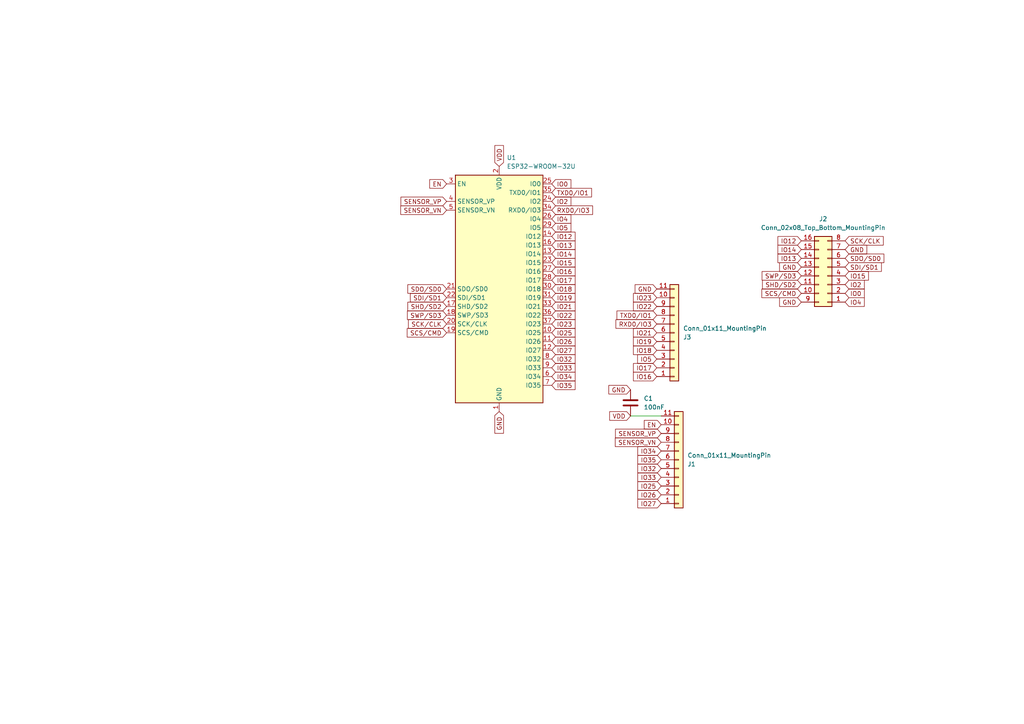
<source format=kicad_sch>
(kicad_sch (version 20230121) (generator eeschema)

  (uuid 99c9dcd3-7053-4a0c-964f-27d9f44537b0)

  (paper "A4")

  (lib_symbols
    (symbol "Connector_Generic_MountingPin:Conn_01x11_MountingPin" (pin_names (offset 1.016) hide) (in_bom yes) (on_board yes)
      (property "Reference" "J4" (at 2.54 -1.6256 0)
        (effects (font (size 1.27 1.27)) (justify left))
      )
      (property "Value" "Conn_01x11_MountingPin" (at 2.54 0.9144 0)
        (effects (font (size 1.27 1.27)) (justify left))
      )
      (property "Footprint" "" (at 0 0 0)
        (effects (font (size 1.27 1.27)) hide)
      )
      (property "Datasheet" "~" (at 0 0 0)
        (effects (font (size 1.27 1.27)) hide)
      )
      (property "ki_keywords" "connector" (at 0 0 0)
        (effects (font (size 1.27 1.27)) hide)
      )
      (property "ki_description" "Generic connectable mounting pin connector, single row, 01x11, script generated (kicad-library-utils/schlib/autogen/connector/)" (at 0 0 0)
        (effects (font (size 1.27 1.27)) hide)
      )
      (property "ki_fp_filters" "Connector*:*_1x??-1MP*" (at 0 0 0)
        (effects (font (size 1.27 1.27)) hide)
      )
      (symbol "Conn_01x11_MountingPin_1_1"
        (rectangle (start -1.27 -12.573) (end 0 -12.827)
          (stroke (width 0.1524) (type default))
          (fill (type none))
        )
        (rectangle (start -1.27 -10.033) (end 0 -10.287)
          (stroke (width 0.1524) (type default))
          (fill (type none))
        )
        (rectangle (start -1.27 -7.493) (end 0 -7.747)
          (stroke (width 0.1524) (type default))
          (fill (type none))
        )
        (rectangle (start -1.27 -4.953) (end 0 -5.207)
          (stroke (width 0.1524) (type default))
          (fill (type none))
        )
        (rectangle (start -1.27 -2.413) (end 0 -2.667)
          (stroke (width 0.1524) (type default))
          (fill (type none))
        )
        (rectangle (start -1.27 0.127) (end 0 -0.127)
          (stroke (width 0.1524) (type default))
          (fill (type none))
        )
        (rectangle (start -1.27 2.667) (end 0 2.413)
          (stroke (width 0.1524) (type default))
          (fill (type none))
        )
        (rectangle (start -1.27 5.207) (end 0 4.953)
          (stroke (width 0.1524) (type default))
          (fill (type none))
        )
        (rectangle (start -1.27 7.747) (end 0 7.493)
          (stroke (width 0.1524) (type default))
          (fill (type none))
        )
        (rectangle (start -1.27 10.287) (end 0 10.033)
          (stroke (width 0.1524) (type default))
          (fill (type none))
        )
        (rectangle (start -1.27 12.827) (end 0 12.573)
          (stroke (width 0.1524) (type default))
          (fill (type none))
        )
        (rectangle (start -1.27 13.97) (end 1.27 -13.97)
          (stroke (width 0.254) (type default))
          (fill (type background))
        )
        (pin passive line (at -5.08 12.7 0) (length 3.81)
          (name "Pin_1" (effects (font (size 1.27 1.27))))
          (number "1" (effects (font (size 1.27 1.27))))
        )
        (pin passive line (at -5.08 -10.16 0) (length 3.81)
          (name "Pin_10" (effects (font (size 1.27 1.27))))
          (number "10" (effects (font (size 1.27 1.27))))
        )
        (pin passive line (at -5.08 -12.7 0) (length 3.81)
          (name "Pin_11" (effects (font (size 1.27 1.27))))
          (number "11" (effects (font (size 1.27 1.27))))
        )
        (pin passive line (at -5.08 10.16 0) (length 3.81)
          (name "Pin_2" (effects (font (size 1.27 1.27))))
          (number "2" (effects (font (size 1.27 1.27))))
        )
        (pin passive line (at -5.08 7.62 0) (length 3.81)
          (name "Pin_3" (effects (font (size 1.27 1.27))))
          (number "3" (effects (font (size 1.27 1.27))))
        )
        (pin passive line (at -5.08 5.08 0) (length 3.81)
          (name "Pin_4" (effects (font (size 1.27 1.27))))
          (number "4" (effects (font (size 1.27 1.27))))
        )
        (pin passive line (at -5.08 2.54 0) (length 3.81)
          (name "Pin_5" (effects (font (size 1.27 1.27))))
          (number "5" (effects (font (size 1.27 1.27))))
        )
        (pin passive line (at -5.08 0 0) (length 3.81)
          (name "Pin_6" (effects (font (size 1.27 1.27))))
          (number "6" (effects (font (size 1.27 1.27))))
        )
        (pin passive line (at -5.08 -2.54 0) (length 3.81)
          (name "Pin_7" (effects (font (size 1.27 1.27))))
          (number "7" (effects (font (size 1.27 1.27))))
        )
        (pin passive line (at -5.08 -5.08 0) (length 3.81)
          (name "Pin_8" (effects (font (size 1.27 1.27))))
          (number "8" (effects (font (size 1.27 1.27))))
        )
        (pin passive line (at -5.08 -7.62 0) (length 3.81)
          (name "Pin_9" (effects (font (size 1.27 1.27))))
          (number "9" (effects (font (size 1.27 1.27))))
        )
      )
    )
    (symbol "Connector_Generic_MountingPin:Conn_02x08_Top_Bottom_MountingPin" (pin_names (offset 1.016) hide) (in_bom yes) (on_board yes)
      (property "Reference" "J5" (at 1.27 13.97 0)
        (effects (font (size 1.27 1.27)))
      )
      (property "Value" "Conn_02x08_Top_Bottom_MountingPin" (at 1.27 11.43 0)
        (effects (font (size 1.27 1.27)))
      )
      (property "Footprint" "" (at 0 0 0)
        (effects (font (size 1.27 1.27)) hide)
      )
      (property "Datasheet" "~" (at 0 0 0)
        (effects (font (size 1.27 1.27)) hide)
      )
      (property "ki_keywords" "connector" (at 0 0 0)
        (effects (font (size 1.27 1.27)) hide)
      )
      (property "ki_description" "Generic connectable mounting pin connector, double row, 02x08, top/bottom pin numbering scheme (row 1: 1...pins_per_row, row2: pins_per_row+1 ... num_pins), script generated (kicad-library-utils/schlib/autogen/connector/)" (at 0 0 0)
        (effects (font (size 1.27 1.27)) hide)
      )
      (property "ki_fp_filters" "Connector*:*_2x??-1MP*" (at 0 0 0)
        (effects (font (size 1.27 1.27)) hide)
      )
      (symbol "Conn_02x08_Top_Bottom_MountingPin_1_1"
        (rectangle (start -1.27 -10.033) (end 0 -10.287)
          (stroke (width 0.1524) (type default))
          (fill (type none))
        )
        (rectangle (start -1.27 -7.493) (end 0 -7.747)
          (stroke (width 0.1524) (type default))
          (fill (type none))
        )
        (rectangle (start -1.27 -4.953) (end 0 -5.207)
          (stroke (width 0.1524) (type default))
          (fill (type none))
        )
        (rectangle (start -1.27 -2.413) (end 0 -2.667)
          (stroke (width 0.1524) (type default))
          (fill (type none))
        )
        (rectangle (start -1.27 0.127) (end 0 -0.127)
          (stroke (width 0.1524) (type default))
          (fill (type none))
        )
        (rectangle (start -1.27 2.667) (end 0 2.413)
          (stroke (width 0.1524) (type default))
          (fill (type none))
        )
        (rectangle (start -1.27 5.207) (end 0 4.953)
          (stroke (width 0.1524) (type default))
          (fill (type none))
        )
        (rectangle (start -1.27 7.747) (end 0 7.493)
          (stroke (width 0.1524) (type default))
          (fill (type none))
        )
        (rectangle (start -1.27 8.89) (end 3.81 -11.43)
          (stroke (width 0.254) (type default))
          (fill (type background))
        )
        (rectangle (start 3.81 -10.033) (end 2.54 -10.287)
          (stroke (width 0.1524) (type default))
          (fill (type none))
        )
        (rectangle (start 3.81 -7.493) (end 2.54 -7.747)
          (stroke (width 0.1524) (type default))
          (fill (type none))
        )
        (rectangle (start 3.81 -4.953) (end 2.54 -5.207)
          (stroke (width 0.1524) (type default))
          (fill (type none))
        )
        (rectangle (start 3.81 -2.413) (end 2.54 -2.667)
          (stroke (width 0.1524) (type default))
          (fill (type none))
        )
        (rectangle (start 3.81 0.127) (end 2.54 -0.127)
          (stroke (width 0.1524) (type default))
          (fill (type none))
        )
        (rectangle (start 3.81 2.667) (end 2.54 2.413)
          (stroke (width 0.1524) (type default))
          (fill (type none))
        )
        (rectangle (start 3.81 5.207) (end 2.54 4.953)
          (stroke (width 0.1524) (type default))
          (fill (type none))
        )
        (rectangle (start 3.81 7.747) (end 2.54 7.493)
          (stroke (width 0.1524) (type default))
          (fill (type none))
        )
        (pin passive line (at -5.08 7.62 0) (length 3.81)
          (name "Pin_1" (effects (font (size 1.27 1.27))))
          (number "1" (effects (font (size 1.27 1.27))))
        )
        (pin passive line (at 7.62 5.08 180) (length 3.81)
          (name "Pin_10" (effects (font (size 1.27 1.27))))
          (number "10" (effects (font (size 1.27 1.27))))
        )
        (pin passive line (at 7.62 2.54 180) (length 3.81)
          (name "Pin_11" (effects (font (size 1.27 1.27))))
          (number "11" (effects (font (size 1.27 1.27))))
        )
        (pin passive line (at 7.62 0 180) (length 3.81)
          (name "Pin_12" (effects (font (size 1.27 1.27))))
          (number "12" (effects (font (size 1.27 1.27))))
        )
        (pin passive line (at 7.62 -2.54 180) (length 3.81)
          (name "Pin_13" (effects (font (size 1.27 1.27))))
          (number "13" (effects (font (size 1.27 1.27))))
        )
        (pin passive line (at 7.62 -5.08 180) (length 3.81)
          (name "Pin_14" (effects (font (size 1.27 1.27))))
          (number "14" (effects (font (size 1.27 1.27))))
        )
        (pin passive line (at 7.62 -7.62 180) (length 3.81)
          (name "Pin_15" (effects (font (size 1.27 1.27))))
          (number "15" (effects (font (size 1.27 1.27))))
        )
        (pin passive line (at 7.62 -10.16 180) (length 3.81)
          (name "Pin_16" (effects (font (size 1.27 1.27))))
          (number "16" (effects (font (size 1.27 1.27))))
        )
        (pin passive line (at -5.08 5.08 0) (length 3.81)
          (name "Pin_2" (effects (font (size 1.27 1.27))))
          (number "2" (effects (font (size 1.27 1.27))))
        )
        (pin passive line (at -5.08 2.54 0) (length 3.81)
          (name "Pin_3" (effects (font (size 1.27 1.27))))
          (number "3" (effects (font (size 1.27 1.27))))
        )
        (pin passive line (at -5.08 0 0) (length 3.81)
          (name "Pin_4" (effects (font (size 1.27 1.27))))
          (number "4" (effects (font (size 1.27 1.27))))
        )
        (pin passive line (at -5.08 -2.54 0) (length 3.81)
          (name "Pin_5" (effects (font (size 1.27 1.27))))
          (number "5" (effects (font (size 1.27 1.27))))
        )
        (pin passive line (at -5.08 -5.08 0) (length 3.81)
          (name "Pin_6" (effects (font (size 1.27 1.27))))
          (number "6" (effects (font (size 1.27 1.27))))
        )
        (pin passive line (at -5.08 -7.62 0) (length 3.81)
          (name "Pin_7" (effects (font (size 1.27 1.27))))
          (number "7" (effects (font (size 1.27 1.27))))
        )
        (pin passive line (at -5.08 -10.16 0) (length 3.81)
          (name "Pin_8" (effects (font (size 1.27 1.27))))
          (number "8" (effects (font (size 1.27 1.27))))
        )
        (pin passive line (at 7.62 7.62 180) (length 3.81)
          (name "Pin_9" (effects (font (size 1.27 1.27))))
          (number "9" (effects (font (size 1.27 1.27))))
        )
      )
    )
    (symbol "Device:C" (pin_numbers hide) (pin_names (offset 0.254)) (in_bom yes) (on_board yes)
      (property "Reference" "C" (at 0.635 2.54 0)
        (effects (font (size 1.27 1.27)) (justify left))
      )
      (property "Value" "C" (at 0.635 -2.54 0)
        (effects (font (size 1.27 1.27)) (justify left))
      )
      (property "Footprint" "" (at 0.9652 -3.81 0)
        (effects (font (size 1.27 1.27)) hide)
      )
      (property "Datasheet" "~" (at 0 0 0)
        (effects (font (size 1.27 1.27)) hide)
      )
      (property "ki_keywords" "cap capacitor" (at 0 0 0)
        (effects (font (size 1.27 1.27)) hide)
      )
      (property "ki_description" "Unpolarized capacitor" (at 0 0 0)
        (effects (font (size 1.27 1.27)) hide)
      )
      (property "ki_fp_filters" "C_*" (at 0 0 0)
        (effects (font (size 1.27 1.27)) hide)
      )
      (symbol "C_0_1"
        (polyline
          (pts
            (xy -2.032 -0.762)
            (xy 2.032 -0.762)
          )
          (stroke (width 0.508) (type default))
          (fill (type none))
        )
        (polyline
          (pts
            (xy -2.032 0.762)
            (xy 2.032 0.762)
          )
          (stroke (width 0.508) (type default))
          (fill (type none))
        )
      )
      (symbol "C_1_1"
        (pin passive line (at 0 3.81 270) (length 2.794)
          (name "~" (effects (font (size 1.27 1.27))))
          (number "1" (effects (font (size 1.27 1.27))))
        )
        (pin passive line (at 0 -3.81 90) (length 2.794)
          (name "~" (effects (font (size 1.27 1.27))))
          (number "2" (effects (font (size 1.27 1.27))))
        )
      )
    )
    (symbol "RF_Module:ESP32-WROOM-32U" (in_bom yes) (on_board yes)
      (property "Reference" "U" (at -12.7 34.29 0)
        (effects (font (size 1.27 1.27)) (justify left))
      )
      (property "Value" "ESP32-WROOM-32U" (at 1.27 34.29 0)
        (effects (font (size 1.27 1.27)) (justify left))
      )
      (property "Footprint" "RF_Module:ESP32-WROOM-32U" (at 0 -38.1 0)
        (effects (font (size 1.27 1.27)) hide)
      )
      (property "Datasheet" "https://www.espressif.com/sites/default/files/documentation/esp32-wroom-32d_esp32-wroom-32u_datasheet_en.pdf" (at -7.62 1.27 0)
        (effects (font (size 1.27 1.27)) hide)
      )
      (property "ki_keywords" "RF Radio BT ESP ESP32 Espressif external U.FL antenna" (at 0 0 0)
        (effects (font (size 1.27 1.27)) hide)
      )
      (property "ki_description" "RF Module, ESP32-D0WD SoC, Wi-Fi 802.11b/g/n, Bluetooth, BLE, 32-bit, 2.7-3.6V, external antenna, SMD" (at 0 0 0)
        (effects (font (size 1.27 1.27)) hide)
      )
      (property "ki_fp_filters" "ESP32?WROOM?32U*" (at 0 0 0)
        (effects (font (size 1.27 1.27)) hide)
      )
      (symbol "ESP32-WROOM-32U_0_1"
        (rectangle (start -12.7 33.02) (end 12.7 -33.02)
          (stroke (width 0.254) (type default))
          (fill (type background))
        )
      )
      (symbol "ESP32-WROOM-32U_1_1"
        (pin power_in line (at 0 -35.56 90) (length 2.54)
          (name "GND" (effects (font (size 1.27 1.27))))
          (number "1" (effects (font (size 1.27 1.27))))
        )
        (pin bidirectional line (at 15.24 -12.7 180) (length 2.54)
          (name "IO25" (effects (font (size 1.27 1.27))))
          (number "10" (effects (font (size 1.27 1.27))))
        )
        (pin bidirectional line (at 15.24 -15.24 180) (length 2.54)
          (name "IO26" (effects (font (size 1.27 1.27))))
          (number "11" (effects (font (size 1.27 1.27))))
        )
        (pin bidirectional line (at 15.24 -17.78 180) (length 2.54)
          (name "IO27" (effects (font (size 1.27 1.27))))
          (number "12" (effects (font (size 1.27 1.27))))
        )
        (pin bidirectional line (at 15.24 10.16 180) (length 2.54)
          (name "IO14" (effects (font (size 1.27 1.27))))
          (number "13" (effects (font (size 1.27 1.27))))
        )
        (pin bidirectional line (at 15.24 15.24 180) (length 2.54)
          (name "IO12" (effects (font (size 1.27 1.27))))
          (number "14" (effects (font (size 1.27 1.27))))
        )
        (pin passive line (at 0 -35.56 90) (length 2.54) hide
          (name "GND" (effects (font (size 1.27 1.27))))
          (number "15" (effects (font (size 1.27 1.27))))
        )
        (pin bidirectional line (at 15.24 12.7 180) (length 2.54)
          (name "IO13" (effects (font (size 1.27 1.27))))
          (number "16" (effects (font (size 1.27 1.27))))
        )
        (pin bidirectional line (at -15.24 -5.08 0) (length 2.54)
          (name "SHD/SD2" (effects (font (size 1.27 1.27))))
          (number "17" (effects (font (size 1.27 1.27))))
        )
        (pin bidirectional line (at -15.24 -7.62 0) (length 2.54)
          (name "SWP/SD3" (effects (font (size 1.27 1.27))))
          (number "18" (effects (font (size 1.27 1.27))))
        )
        (pin bidirectional line (at -15.24 -12.7 0) (length 2.54)
          (name "SCS/CMD" (effects (font (size 1.27 1.27))))
          (number "19" (effects (font (size 1.27 1.27))))
        )
        (pin power_in line (at 0 35.56 270) (length 2.54)
          (name "VDD" (effects (font (size 1.27 1.27))))
          (number "2" (effects (font (size 1.27 1.27))))
        )
        (pin bidirectional line (at -15.24 -10.16 0) (length 2.54)
          (name "SCK/CLK" (effects (font (size 1.27 1.27))))
          (number "20" (effects (font (size 1.27 1.27))))
        )
        (pin bidirectional line (at -15.24 0 0) (length 2.54)
          (name "SDO/SD0" (effects (font (size 1.27 1.27))))
          (number "21" (effects (font (size 1.27 1.27))))
        )
        (pin bidirectional line (at -15.24 -2.54 0) (length 2.54)
          (name "SDI/SD1" (effects (font (size 1.27 1.27))))
          (number "22" (effects (font (size 1.27 1.27))))
        )
        (pin bidirectional line (at 15.24 7.62 180) (length 2.54)
          (name "IO15" (effects (font (size 1.27 1.27))))
          (number "23" (effects (font (size 1.27 1.27))))
        )
        (pin bidirectional line (at 15.24 25.4 180) (length 2.54)
          (name "IO2" (effects (font (size 1.27 1.27))))
          (number "24" (effects (font (size 1.27 1.27))))
        )
        (pin bidirectional line (at 15.24 30.48 180) (length 2.54)
          (name "IO0" (effects (font (size 1.27 1.27))))
          (number "25" (effects (font (size 1.27 1.27))))
        )
        (pin bidirectional line (at 15.24 20.32 180) (length 2.54)
          (name "IO4" (effects (font (size 1.27 1.27))))
          (number "26" (effects (font (size 1.27 1.27))))
        )
        (pin bidirectional line (at 15.24 5.08 180) (length 2.54)
          (name "IO16" (effects (font (size 1.27 1.27))))
          (number "27" (effects (font (size 1.27 1.27))))
        )
        (pin bidirectional line (at 15.24 2.54 180) (length 2.54)
          (name "IO17" (effects (font (size 1.27 1.27))))
          (number "28" (effects (font (size 1.27 1.27))))
        )
        (pin bidirectional line (at 15.24 17.78 180) (length 2.54)
          (name "IO5" (effects (font (size 1.27 1.27))))
          (number "29" (effects (font (size 1.27 1.27))))
        )
        (pin input line (at -15.24 30.48 0) (length 2.54)
          (name "EN" (effects (font (size 1.27 1.27))))
          (number "3" (effects (font (size 1.27 1.27))))
        )
        (pin bidirectional line (at 15.24 0 180) (length 2.54)
          (name "IO18" (effects (font (size 1.27 1.27))))
          (number "30" (effects (font (size 1.27 1.27))))
        )
        (pin bidirectional line (at 15.24 -2.54 180) (length 2.54)
          (name "IO19" (effects (font (size 1.27 1.27))))
          (number "31" (effects (font (size 1.27 1.27))))
        )
        (pin no_connect line (at -12.7 -27.94 0) (length 2.54) hide
          (name "NC" (effects (font (size 1.27 1.27))))
          (number "32" (effects (font (size 1.27 1.27))))
        )
        (pin bidirectional line (at 15.24 -5.08 180) (length 2.54)
          (name "IO21" (effects (font (size 1.27 1.27))))
          (number "33" (effects (font (size 1.27 1.27))))
        )
        (pin bidirectional line (at 15.24 22.86 180) (length 2.54)
          (name "RXD0/IO3" (effects (font (size 1.27 1.27))))
          (number "34" (effects (font (size 1.27 1.27))))
        )
        (pin bidirectional line (at 15.24 27.94 180) (length 2.54)
          (name "TXD0/IO1" (effects (font (size 1.27 1.27))))
          (number "35" (effects (font (size 1.27 1.27))))
        )
        (pin bidirectional line (at 15.24 -7.62 180) (length 2.54)
          (name "IO22" (effects (font (size 1.27 1.27))))
          (number "36" (effects (font (size 1.27 1.27))))
        )
        (pin bidirectional line (at 15.24 -10.16 180) (length 2.54)
          (name "IO23" (effects (font (size 1.27 1.27))))
          (number "37" (effects (font (size 1.27 1.27))))
        )
        (pin passive line (at 0 -35.56 90) (length 2.54) hide
          (name "GND" (effects (font (size 1.27 1.27))))
          (number "38" (effects (font (size 1.27 1.27))))
        )
        (pin passive line (at 0 -35.56 90) (length 2.54) hide
          (name "GND" (effects (font (size 1.27 1.27))))
          (number "39" (effects (font (size 1.27 1.27))))
        )
        (pin input line (at -15.24 25.4 0) (length 2.54)
          (name "SENSOR_VP" (effects (font (size 1.27 1.27))))
          (number "4" (effects (font (size 1.27 1.27))))
        )
        (pin input line (at -15.24 22.86 0) (length 2.54)
          (name "SENSOR_VN" (effects (font (size 1.27 1.27))))
          (number "5" (effects (font (size 1.27 1.27))))
        )
        (pin input line (at 15.24 -25.4 180) (length 2.54)
          (name "IO34" (effects (font (size 1.27 1.27))))
          (number "6" (effects (font (size 1.27 1.27))))
        )
        (pin input line (at 15.24 -27.94 180) (length 2.54)
          (name "IO35" (effects (font (size 1.27 1.27))))
          (number "7" (effects (font (size 1.27 1.27))))
        )
        (pin bidirectional line (at 15.24 -20.32 180) (length 2.54)
          (name "IO32" (effects (font (size 1.27 1.27))))
          (number "8" (effects (font (size 1.27 1.27))))
        )
        (pin bidirectional line (at 15.24 -22.86 180) (length 2.54)
          (name "IO33" (effects (font (size 1.27 1.27))))
          (number "9" (effects (font (size 1.27 1.27))))
        )
      )
    )
  )


  (wire (pts (xy 182.88 120.65) (xy 191.77 120.65))
    (stroke (width 0) (type default))
    (uuid fd667cc0-8188-4343-b8dc-d36b4820ffcb)
  )

  (global_label "IO32" (shape input) (at 160.02 104.14 0) (fields_autoplaced)
    (effects (font (size 1.27 1.27)) (justify left))
    (uuid 01ae6b46-c327-4de7-a459-716327c36c63)
    (property "Intersheetrefs" "${INTERSHEET_REFS}" (at 167.3595 104.14 0)
      (effects (font (size 1.27 1.27)) (justify left) hide)
    )
  )
  (global_label "SENSOR_VP" (shape input) (at 191.77 125.73 180) (fields_autoplaced)
    (effects (font (size 1.27 1.27)) (justify right))
    (uuid 023fdc5a-ec95-45ca-a087-5362417e3192)
    (property "Intersheetrefs" "${INTERSHEET_REFS}" (at 177.9596 125.73 0)
      (effects (font (size 1.27 1.27)) (justify right) hide)
    )
  )
  (global_label "VDD" (shape input) (at 182.88 120.65 180) (fields_autoplaced)
    (effects (font (size 1.27 1.27)) (justify right))
    (uuid 0db9725b-d91a-4f1f-a3d3-46cdf3360805)
    (property "Intersheetrefs" "${INTERSHEET_REFS}" (at 176.2662 120.65 0)
      (effects (font (size 1.27 1.27)) (justify right) hide)
    )
  )
  (global_label "SENSOR_VN" (shape input) (at 191.77 128.27 180) (fields_autoplaced)
    (effects (font (size 1.27 1.27)) (justify right))
    (uuid 0ddcfe4d-84ba-430a-871b-24039cd9b1d4)
    (property "Intersheetrefs" "${INTERSHEET_REFS}" (at 177.8991 128.27 0)
      (effects (font (size 1.27 1.27)) (justify right) hide)
    )
  )
  (global_label "IO15" (shape input) (at 160.02 76.2 0) (fields_autoplaced)
    (effects (font (size 1.27 1.27)) (justify left))
    (uuid 1393c956-0c86-458d-ab13-cf74cd6b2ea7)
    (property "Intersheetrefs" "${INTERSHEET_REFS}" (at 167.3595 76.2 0)
      (effects (font (size 1.27 1.27)) (justify left) hide)
    )
  )
  (global_label "SCK{slash}CLK" (shape input) (at 245.11 69.85 0) (fields_autoplaced)
    (effects (font (size 1.27 1.27)) (justify left))
    (uuid 139cd983-79bc-477e-a4b8-b2534e014541)
    (property "Intersheetrefs" "${INTERSHEET_REFS}" (at 256.7433 69.85 0)
      (effects (font (size 1.27 1.27)) (justify left) hide)
    )
  )
  (global_label "EN" (shape input) (at 191.77 123.19 180) (fields_autoplaced)
    (effects (font (size 1.27 1.27)) (justify right))
    (uuid 16d793aa-f1ea-40c4-a99a-eb7dad7d53dc)
    (property "Intersheetrefs" "${INTERSHEET_REFS}" (at 186.3053 123.19 0)
      (effects (font (size 1.27 1.27)) (justify right) hide)
    )
  )
  (global_label "IO13" (shape input) (at 160.02 71.12 0) (fields_autoplaced)
    (effects (font (size 1.27 1.27)) (justify left))
    (uuid 1e069fe2-5a42-4a04-9e17-862f3c5d3e2e)
    (property "Intersheetrefs" "${INTERSHEET_REFS}" (at 167.3595 71.12 0)
      (effects (font (size 1.27 1.27)) (justify left) hide)
    )
  )
  (global_label "IO35" (shape input) (at 191.77 133.35 180) (fields_autoplaced)
    (effects (font (size 1.27 1.27)) (justify right))
    (uuid 1ef2a957-2050-4264-a248-80552873fd24)
    (property "Intersheetrefs" "${INTERSHEET_REFS}" (at 184.4305 133.35 0)
      (effects (font (size 1.27 1.27)) (justify right) hide)
    )
  )
  (global_label "SDI{slash}SD1" (shape input) (at 245.11 77.47 0) (fields_autoplaced)
    (effects (font (size 1.27 1.27)) (justify left))
    (uuid 20389710-9de9-4c77-8009-2dfe4eda4e1c)
    (property "Intersheetrefs" "${INTERSHEET_REFS}" (at 256.199 77.47 0)
      (effects (font (size 1.27 1.27)) (justify left) hide)
    )
  )
  (global_label "SDI{slash}SD1" (shape input) (at 129.54 86.36 180) (fields_autoplaced)
    (effects (font (size 1.27 1.27)) (justify right))
    (uuid 20cb18f8-e6cd-4af3-aa46-9da95e86c929)
    (property "Intersheetrefs" "${INTERSHEET_REFS}" (at 118.451 86.36 0)
      (effects (font (size 1.27 1.27)) (justify right) hide)
    )
  )
  (global_label "IO25" (shape input) (at 191.77 140.97 180) (fields_autoplaced)
    (effects (font (size 1.27 1.27)) (justify right))
    (uuid 223492a7-b53f-40a9-9810-7082cac11fb7)
    (property "Intersheetrefs" "${INTERSHEET_REFS}" (at 184.4305 140.97 0)
      (effects (font (size 1.27 1.27)) (justify right) hide)
    )
  )
  (global_label "GND" (shape input) (at 245.11 72.39 0) (fields_autoplaced)
    (effects (font (size 1.27 1.27)) (justify left))
    (uuid 22ef3e6e-1522-4e0e-a061-49877543c724)
    (property "Intersheetrefs" "${INTERSHEET_REFS}" (at 251.9657 72.39 0)
      (effects (font (size 1.27 1.27)) (justify left) hide)
    )
  )
  (global_label "IO23" (shape input) (at 190.5 86.36 180) (fields_autoplaced)
    (effects (font (size 1.27 1.27)) (justify right))
    (uuid 24b09b96-051b-4b82-b225-5b5b03d47595)
    (property "Intersheetrefs" "${INTERSHEET_REFS}" (at 183.1605 86.36 0)
      (effects (font (size 1.27 1.27)) (justify right) hide)
    )
  )
  (global_label "IO13" (shape input) (at 232.41 74.93 180) (fields_autoplaced)
    (effects (font (size 1.27 1.27)) (justify right))
    (uuid 2833c1d7-d509-4b33-90ea-c065d34f9283)
    (property "Intersheetrefs" "${INTERSHEET_REFS}" (at 225.0705 74.93 0)
      (effects (font (size 1.27 1.27)) (justify right) hide)
    )
  )
  (global_label "IO22" (shape input) (at 190.5 88.9 180) (fields_autoplaced)
    (effects (font (size 1.27 1.27)) (justify right))
    (uuid 2895d8d6-1b2e-401d-8ad8-902b7fbc966c)
    (property "Intersheetrefs" "${INTERSHEET_REFS}" (at 183.1605 88.9 0)
      (effects (font (size 1.27 1.27)) (justify right) hide)
    )
  )
  (global_label "SCS{slash}CMD" (shape input) (at 232.41 85.09 180) (fields_autoplaced)
    (effects (font (size 1.27 1.27)) (justify right))
    (uuid 32775fbd-8a47-4f66-98aa-9b7858c05825)
    (property "Intersheetrefs" "${INTERSHEET_REFS}" (at 220.4139 85.09 0)
      (effects (font (size 1.27 1.27)) (justify right) hide)
    )
  )
  (global_label "IO14" (shape input) (at 232.41 72.39 180) (fields_autoplaced)
    (effects (font (size 1.27 1.27)) (justify right))
    (uuid 341d71da-6f5a-4cd4-a2f4-4e1c43ddcddf)
    (property "Intersheetrefs" "${INTERSHEET_REFS}" (at 225.0705 72.39 0)
      (effects (font (size 1.27 1.27)) (justify right) hide)
    )
  )
  (global_label "RXD0{slash}IO3" (shape input) (at 190.5 93.98 180) (fields_autoplaced)
    (effects (font (size 1.27 1.27)) (justify right))
    (uuid 35de20ed-eff7-4339-b47a-00b97a5f2d5e)
    (property "Intersheetrefs" "${INTERSHEET_REFS}" (at 178.0805 93.98 0)
      (effects (font (size 1.27 1.27)) (justify right) hide)
    )
  )
  (global_label "SDO{slash}SD0" (shape input) (at 245.11 74.93 0) (fields_autoplaced)
    (effects (font (size 1.27 1.27)) (justify left))
    (uuid 393973bd-d3ac-4696-a1c9-ff140a3db625)
    (property "Intersheetrefs" "${INTERSHEET_REFS}" (at 256.9247 74.93 0)
      (effects (font (size 1.27 1.27)) (justify left) hide)
    )
  )
  (global_label "IO2" (shape input) (at 245.11 82.55 0) (fields_autoplaced)
    (effects (font (size 1.27 1.27)) (justify left))
    (uuid 3bd662b0-03dd-4f2b-8110-fbc361ebd50c)
    (property "Intersheetrefs" "${INTERSHEET_REFS}" (at 251.24 82.55 0)
      (effects (font (size 1.27 1.27)) (justify left) hide)
    )
  )
  (global_label "SHD{slash}SD2" (shape input) (at 232.41 82.55 180) (fields_autoplaced)
    (effects (font (size 1.27 1.27)) (justify right))
    (uuid 3c3ee9fc-e27f-46eb-8a97-b89d7164f028)
    (property "Intersheetrefs" "${INTERSHEET_REFS}" (at 220.5953 82.55 0)
      (effects (font (size 1.27 1.27)) (justify right) hide)
    )
  )
  (global_label "IO33" (shape input) (at 191.77 138.43 180) (fields_autoplaced)
    (effects (font (size 1.27 1.27)) (justify right))
    (uuid 3e8e969d-e9db-4501-a687-d943a2db9bb1)
    (property "Intersheetrefs" "${INTERSHEET_REFS}" (at 184.4305 138.43 0)
      (effects (font (size 1.27 1.27)) (justify right) hide)
    )
  )
  (global_label "IO2" (shape input) (at 160.02 58.42 0) (fields_autoplaced)
    (effects (font (size 1.27 1.27)) (justify left))
    (uuid 3fb10ff3-94ca-4e9e-b620-48f99c4ba38e)
    (property "Intersheetrefs" "${INTERSHEET_REFS}" (at 166.15 58.42 0)
      (effects (font (size 1.27 1.27)) (justify left) hide)
    )
  )
  (global_label "IO27" (shape input) (at 191.77 146.05 180) (fields_autoplaced)
    (effects (font (size 1.27 1.27)) (justify right))
    (uuid 43e8568e-b64e-4f0a-b37f-226be70579c2)
    (property "Intersheetrefs" "${INTERSHEET_REFS}" (at 184.4305 146.05 0)
      (effects (font (size 1.27 1.27)) (justify right) hide)
    )
  )
  (global_label "SWP{slash}SD3" (shape input) (at 232.41 80.01 180) (fields_autoplaced)
    (effects (font (size 1.27 1.27)) (justify right))
    (uuid 45ac4c03-d837-4f26-928b-278eb43eedde)
    (property "Intersheetrefs" "${INTERSHEET_REFS}" (at 220.4744 80.01 0)
      (effects (font (size 1.27 1.27)) (justify right) hide)
    )
  )
  (global_label "SCK{slash}CLK" (shape input) (at 129.54 93.98 180) (fields_autoplaced)
    (effects (font (size 1.27 1.27)) (justify right))
    (uuid 490d15f6-e4c7-4a04-94f0-b0a485e45899)
    (property "Intersheetrefs" "${INTERSHEET_REFS}" (at 117.9067 93.98 0)
      (effects (font (size 1.27 1.27)) (justify right) hide)
    )
  )
  (global_label "IO14" (shape input) (at 160.02 73.66 0) (fields_autoplaced)
    (effects (font (size 1.27 1.27)) (justify left))
    (uuid 496f72fb-f8d5-4280-9b9a-b84e26aba30e)
    (property "Intersheetrefs" "${INTERSHEET_REFS}" (at 167.3595 73.66 0)
      (effects (font (size 1.27 1.27)) (justify left) hide)
    )
  )
  (global_label "GND" (shape input) (at 232.41 87.63 180) (fields_autoplaced)
    (effects (font (size 1.27 1.27)) (justify right))
    (uuid 4ce94ec7-027d-4787-9417-ee6e04db80dc)
    (property "Intersheetrefs" "${INTERSHEET_REFS}" (at 225.5543 87.63 0)
      (effects (font (size 1.27 1.27)) (justify right) hide)
    )
  )
  (global_label "IO34" (shape input) (at 191.77 130.81 180) (fields_autoplaced)
    (effects (font (size 1.27 1.27)) (justify right))
    (uuid 520aeb79-d607-4904-a683-c89359d92754)
    (property "Intersheetrefs" "${INTERSHEET_REFS}" (at 184.4305 130.81 0)
      (effects (font (size 1.27 1.27)) (justify right) hide)
    )
  )
  (global_label "VDD" (shape input) (at 144.78 48.26 90) (fields_autoplaced)
    (effects (font (size 1.27 1.27)) (justify left))
    (uuid 552d59ec-4f2d-4fc8-9363-3117dc125075)
    (property "Intersheetrefs" "${INTERSHEET_REFS}" (at 144.78 41.6462 90)
      (effects (font (size 1.27 1.27)) (justify left) hide)
    )
  )
  (global_label "IO18" (shape input) (at 190.5 101.6 180) (fields_autoplaced)
    (effects (font (size 1.27 1.27)) (justify right))
    (uuid 6128a6f6-32f1-4291-9bc3-66d475b77c6a)
    (property "Intersheetrefs" "${INTERSHEET_REFS}" (at 183.1605 101.6 0)
      (effects (font (size 1.27 1.27)) (justify right) hide)
    )
  )
  (global_label "IO5" (shape input) (at 190.5 104.14 180) (fields_autoplaced)
    (effects (font (size 1.27 1.27)) (justify right))
    (uuid 61ad6749-702a-44fc-8e20-2f267cec9347)
    (property "Intersheetrefs" "${INTERSHEET_REFS}" (at 184.37 104.14 0)
      (effects (font (size 1.27 1.27)) (justify right) hide)
    )
  )
  (global_label "IO18" (shape input) (at 160.02 83.82 0) (fields_autoplaced)
    (effects (font (size 1.27 1.27)) (justify left))
    (uuid 64f9cd26-d268-4ebf-a616-c549af8e38fc)
    (property "Intersheetrefs" "${INTERSHEET_REFS}" (at 167.3595 83.82 0)
      (effects (font (size 1.27 1.27)) (justify left) hide)
    )
  )
  (global_label "IO25" (shape input) (at 160.02 96.52 0) (fields_autoplaced)
    (effects (font (size 1.27 1.27)) (justify left))
    (uuid 673a5e73-30a7-4aae-8e95-068abadb32c9)
    (property "Intersheetrefs" "${INTERSHEET_REFS}" (at 167.3595 96.52 0)
      (effects (font (size 1.27 1.27)) (justify left) hide)
    )
  )
  (global_label "IO33" (shape input) (at 160.02 106.68 0) (fields_autoplaced)
    (effects (font (size 1.27 1.27)) (justify left))
    (uuid 67467b50-da55-4fa8-bc7f-b8c7a164f24c)
    (property "Intersheetrefs" "${INTERSHEET_REFS}" (at 167.3595 106.68 0)
      (effects (font (size 1.27 1.27)) (justify left) hide)
    )
  )
  (global_label "SDO{slash}SD0" (shape input) (at 129.54 83.82 180) (fields_autoplaced)
    (effects (font (size 1.27 1.27)) (justify right))
    (uuid 68d1ccce-4f85-4579-8035-a005a5b982c0)
    (property "Intersheetrefs" "${INTERSHEET_REFS}" (at 117.7253 83.82 0)
      (effects (font (size 1.27 1.27)) (justify right) hide)
    )
  )
  (global_label "SHD{slash}SD2" (shape input) (at 129.54 88.9 180) (fields_autoplaced)
    (effects (font (size 1.27 1.27)) (justify right))
    (uuid 6d65d0ab-6eb3-4ebd-89bc-e688c5e387c7)
    (property "Intersheetrefs" "${INTERSHEET_REFS}" (at 117.7253 88.9 0)
      (effects (font (size 1.27 1.27)) (justify right) hide)
    )
  )
  (global_label "TXD0{slash}IO1" (shape input) (at 190.5 91.44 180) (fields_autoplaced)
    (effects (font (size 1.27 1.27)) (justify right))
    (uuid 6e43efce-34ca-4843-a03a-de3fbbb93629)
    (property "Intersheetrefs" "${INTERSHEET_REFS}" (at 178.3829 91.44 0)
      (effects (font (size 1.27 1.27)) (justify right) hide)
    )
  )
  (global_label "IO19" (shape input) (at 190.5 99.06 180) (fields_autoplaced)
    (effects (font (size 1.27 1.27)) (justify right))
    (uuid 6ee4c262-bfba-403f-b936-8afe4c555e70)
    (property "Intersheetrefs" "${INTERSHEET_REFS}" (at 183.1605 99.06 0)
      (effects (font (size 1.27 1.27)) (justify right) hide)
    )
  )
  (global_label "RXD0{slash}IO3" (shape input) (at 160.02 60.96 0) (fields_autoplaced)
    (effects (font (size 1.27 1.27)) (justify left))
    (uuid 6f8cd4d4-d32c-4496-ab97-6220a411e439)
    (property "Intersheetrefs" "${INTERSHEET_REFS}" (at 172.4395 60.96 0)
      (effects (font (size 1.27 1.27)) (justify left) hide)
    )
  )
  (global_label "IO17" (shape input) (at 160.02 81.28 0) (fields_autoplaced)
    (effects (font (size 1.27 1.27)) (justify left))
    (uuid 71036403-9863-4025-83d6-c05e382efff5)
    (property "Intersheetrefs" "${INTERSHEET_REFS}" (at 167.3595 81.28 0)
      (effects (font (size 1.27 1.27)) (justify left) hide)
    )
  )
  (global_label "EN" (shape input) (at 129.54 53.34 180) (fields_autoplaced)
    (effects (font (size 1.27 1.27)) (justify right))
    (uuid 7109b226-3ba7-41f9-b659-03c3c7842bd1)
    (property "Intersheetrefs" "${INTERSHEET_REFS}" (at 124.0753 53.34 0)
      (effects (font (size 1.27 1.27)) (justify right) hide)
    )
  )
  (global_label "IO4" (shape input) (at 160.02 63.5 0) (fields_autoplaced)
    (effects (font (size 1.27 1.27)) (justify left))
    (uuid 7271b799-c06b-457e-966a-02fa5cb1ca4e)
    (property "Intersheetrefs" "${INTERSHEET_REFS}" (at 166.15 63.5 0)
      (effects (font (size 1.27 1.27)) (justify left) hide)
    )
  )
  (global_label "IO0" (shape input) (at 245.11 85.09 0) (fields_autoplaced)
    (effects (font (size 1.27 1.27)) (justify left))
    (uuid 76bc8ae3-7d47-4701-a743-19a83bddd2ae)
    (property "Intersheetrefs" "${INTERSHEET_REFS}" (at 251.24 85.09 0)
      (effects (font (size 1.27 1.27)) (justify left) hide)
    )
  )
  (global_label "IO32" (shape input) (at 191.77 135.89 180) (fields_autoplaced)
    (effects (font (size 1.27 1.27)) (justify right))
    (uuid 7ad5dd49-cfe8-4380-ab98-63871a1e3a3e)
    (property "Intersheetrefs" "${INTERSHEET_REFS}" (at 184.4305 135.89 0)
      (effects (font (size 1.27 1.27)) (justify right) hide)
    )
  )
  (global_label "IO0" (shape input) (at 160.02 53.34 0) (fields_autoplaced)
    (effects (font (size 1.27 1.27)) (justify left))
    (uuid 7fbe61f8-8461-45fb-81f6-bd6d1aba04a4)
    (property "Intersheetrefs" "${INTERSHEET_REFS}" (at 166.15 53.34 0)
      (effects (font (size 1.27 1.27)) (justify left) hide)
    )
  )
  (global_label "GND" (shape input) (at 144.78 119.38 270) (fields_autoplaced)
    (effects (font (size 1.27 1.27)) (justify right))
    (uuid 82a38885-d46b-4713-96f6-ece4cf6e43a7)
    (property "Intersheetrefs" "${INTERSHEET_REFS}" (at 144.78 126.2357 90)
      (effects (font (size 1.27 1.27)) (justify right) hide)
    )
  )
  (global_label "IO34" (shape input) (at 160.02 109.22 0) (fields_autoplaced)
    (effects (font (size 1.27 1.27)) (justify left))
    (uuid 850cd69c-9f79-452e-af73-10033dfabd5f)
    (property "Intersheetrefs" "${INTERSHEET_REFS}" (at 167.3595 109.22 0)
      (effects (font (size 1.27 1.27)) (justify left) hide)
    )
  )
  (global_label "IO19" (shape input) (at 160.02 86.36 0) (fields_autoplaced)
    (effects (font (size 1.27 1.27)) (justify left))
    (uuid 85262e48-bba1-418b-9868-317e2653a908)
    (property "Intersheetrefs" "${INTERSHEET_REFS}" (at 167.3595 86.36 0)
      (effects (font (size 1.27 1.27)) (justify left) hide)
    )
  )
  (global_label "IO26" (shape input) (at 160.02 99.06 0) (fields_autoplaced)
    (effects (font (size 1.27 1.27)) (justify left))
    (uuid 88b56122-bc23-41f0-ba88-cf1419297107)
    (property "Intersheetrefs" "${INTERSHEET_REFS}" (at 167.3595 99.06 0)
      (effects (font (size 1.27 1.27)) (justify left) hide)
    )
  )
  (global_label "IO27" (shape input) (at 160.02 101.6 0) (fields_autoplaced)
    (effects (font (size 1.27 1.27)) (justify left))
    (uuid 88d6c601-1306-40b3-b90b-a3f5a069dcc7)
    (property "Intersheetrefs" "${INTERSHEET_REFS}" (at 167.3595 101.6 0)
      (effects (font (size 1.27 1.27)) (justify left) hide)
    )
  )
  (global_label "IO16" (shape input) (at 160.02 78.74 0) (fields_autoplaced)
    (effects (font (size 1.27 1.27)) (justify left))
    (uuid 8a5f2ddd-ecac-4682-8ce4-5f8220e0a0c7)
    (property "Intersheetrefs" "${INTERSHEET_REFS}" (at 167.3595 78.74 0)
      (effects (font (size 1.27 1.27)) (justify left) hide)
    )
  )
  (global_label "IO17" (shape input) (at 190.5 106.68 180) (fields_autoplaced)
    (effects (font (size 1.27 1.27)) (justify right))
    (uuid 8ade6263-3696-438d-a363-abfd536b8c24)
    (property "Intersheetrefs" "${INTERSHEET_REFS}" (at 183.1605 106.68 0)
      (effects (font (size 1.27 1.27)) (justify right) hide)
    )
  )
  (global_label "IO26" (shape input) (at 191.77 143.51 180) (fields_autoplaced)
    (effects (font (size 1.27 1.27)) (justify right))
    (uuid 965429dd-8bf8-4520-a75e-017eff1e110b)
    (property "Intersheetrefs" "${INTERSHEET_REFS}" (at 184.4305 143.51 0)
      (effects (font (size 1.27 1.27)) (justify right) hide)
    )
  )
  (global_label "IO35" (shape input) (at 160.02 111.76 0) (fields_autoplaced)
    (effects (font (size 1.27 1.27)) (justify left))
    (uuid 96d66b86-7ba2-4a48-8d41-e0921b08856a)
    (property "Intersheetrefs" "${INTERSHEET_REFS}" (at 167.3595 111.76 0)
      (effects (font (size 1.27 1.27)) (justify left) hide)
    )
  )
  (global_label "IO4" (shape input) (at 245.11 87.63 0) (fields_autoplaced)
    (effects (font (size 1.27 1.27)) (justify left))
    (uuid 9a375022-c41c-4ab0-ba29-c72d2f3ddbef)
    (property "Intersheetrefs" "${INTERSHEET_REFS}" (at 251.24 87.63 0)
      (effects (font (size 1.27 1.27)) (justify left) hide)
    )
  )
  (global_label "GND" (shape input) (at 182.88 113.03 180) (fields_autoplaced)
    (effects (font (size 1.27 1.27)) (justify right))
    (uuid ad47f51b-d3b9-49db-abcf-5c38aec5da5c)
    (property "Intersheetrefs" "${INTERSHEET_REFS}" (at 176.0243 113.03 0)
      (effects (font (size 1.27 1.27)) (justify right) hide)
    )
  )
  (global_label "IO15" (shape input) (at 245.11 80.01 0) (fields_autoplaced)
    (effects (font (size 1.27 1.27)) (justify left))
    (uuid bbf6d626-d8e8-4fc8-b43f-8c0cd0a14004)
    (property "Intersheetrefs" "${INTERSHEET_REFS}" (at 252.4495 80.01 0)
      (effects (font (size 1.27 1.27)) (justify left) hide)
    )
  )
  (global_label "SENSOR_VP" (shape input) (at 129.54 58.42 180) (fields_autoplaced)
    (effects (font (size 1.27 1.27)) (justify right))
    (uuid c75df261-c3c4-43ca-baec-1f4f3d26735e)
    (property "Intersheetrefs" "${INTERSHEET_REFS}" (at 115.7296 58.42 0)
      (effects (font (size 1.27 1.27)) (justify right) hide)
    )
  )
  (global_label "GND" (shape input) (at 190.5 83.82 180) (fields_autoplaced)
    (effects (font (size 1.27 1.27)) (justify right))
    (uuid c76acde5-3a97-47e3-a481-6a27819ce98c)
    (property "Intersheetrefs" "${INTERSHEET_REFS}" (at 183.6443 83.82 0)
      (effects (font (size 1.27 1.27)) (justify right) hide)
    )
  )
  (global_label "IO21" (shape input) (at 160.02 88.9 0) (fields_autoplaced)
    (effects (font (size 1.27 1.27)) (justify left))
    (uuid c7f4488c-f0da-48d7-9157-1b43564fb879)
    (property "Intersheetrefs" "${INTERSHEET_REFS}" (at 167.3595 88.9 0)
      (effects (font (size 1.27 1.27)) (justify left) hide)
    )
  )
  (global_label "SENSOR_VN" (shape input) (at 129.54 60.96 180) (fields_autoplaced)
    (effects (font (size 1.27 1.27)) (justify right))
    (uuid c94fde20-2a23-4094-aaea-980a5f7f0a41)
    (property "Intersheetrefs" "${INTERSHEET_REFS}" (at 115.6691 60.96 0)
      (effects (font (size 1.27 1.27)) (justify right) hide)
    )
  )
  (global_label "GND" (shape input) (at 232.41 77.47 180) (fields_autoplaced)
    (effects (font (size 1.27 1.27)) (justify right))
    (uuid de2323a9-5c89-4d43-9a2a-5db1ad4cffa2)
    (property "Intersheetrefs" "${INTERSHEET_REFS}" (at 225.5543 77.47 0)
      (effects (font (size 1.27 1.27)) (justify right) hide)
    )
  )
  (global_label "SWP{slash}SD3" (shape input) (at 129.54 91.44 180) (fields_autoplaced)
    (effects (font (size 1.27 1.27)) (justify right))
    (uuid df4f331d-050b-4c8c-bf00-9f8c49d79b4b)
    (property "Intersheetrefs" "${INTERSHEET_REFS}" (at 117.6044 91.44 0)
      (effects (font (size 1.27 1.27)) (justify right) hide)
    )
  )
  (global_label "TXD0{slash}IO1" (shape input) (at 160.02 55.88 0) (fields_autoplaced)
    (effects (font (size 1.27 1.27)) (justify left))
    (uuid e0124e42-9123-4ce5-ab38-4a9f688c7629)
    (property "Intersheetrefs" "${INTERSHEET_REFS}" (at 172.1371 55.88 0)
      (effects (font (size 1.27 1.27)) (justify left) hide)
    )
  )
  (global_label "SCS{slash}CMD" (shape input) (at 129.54 96.52 180) (fields_autoplaced)
    (effects (font (size 1.27 1.27)) (justify right))
    (uuid e2039e1b-0cbc-43fa-9501-47426eefb271)
    (property "Intersheetrefs" "${INTERSHEET_REFS}" (at 117.5439 96.52 0)
      (effects (font (size 1.27 1.27)) (justify right) hide)
    )
  )
  (global_label "IO22" (shape input) (at 160.02 91.44 0) (fields_autoplaced)
    (effects (font (size 1.27 1.27)) (justify left))
    (uuid e4932722-e0ca-4323-93bd-14e8f01d5dfe)
    (property "Intersheetrefs" "${INTERSHEET_REFS}" (at 167.3595 91.44 0)
      (effects (font (size 1.27 1.27)) (justify left) hide)
    )
  )
  (global_label "IO23" (shape input) (at 160.02 93.98 0) (fields_autoplaced)
    (effects (font (size 1.27 1.27)) (justify left))
    (uuid e73972fd-3c61-4551-bfd9-9ad8d1e59690)
    (property "Intersheetrefs" "${INTERSHEET_REFS}" (at 167.3595 93.98 0)
      (effects (font (size 1.27 1.27)) (justify left) hide)
    )
  )
  (global_label "IO21" (shape input) (at 190.5 96.52 180) (fields_autoplaced)
    (effects (font (size 1.27 1.27)) (justify right))
    (uuid e8cc5395-b36e-4ea9-a067-7875cfbfee96)
    (property "Intersheetrefs" "${INTERSHEET_REFS}" (at 183.1605 96.52 0)
      (effects (font (size 1.27 1.27)) (justify right) hide)
    )
  )
  (global_label "IO12" (shape input) (at 232.41 69.85 180) (fields_autoplaced)
    (effects (font (size 1.27 1.27)) (justify right))
    (uuid f514f9f1-d36e-4a02-b0c1-00d64ec61837)
    (property "Intersheetrefs" "${INTERSHEET_REFS}" (at 225.0705 69.85 0)
      (effects (font (size 1.27 1.27)) (justify right) hide)
    )
  )
  (global_label "IO5" (shape input) (at 160.02 66.04 0) (fields_autoplaced)
    (effects (font (size 1.27 1.27)) (justify left))
    (uuid f6d5346b-dfb2-47d8-a4d3-6cf568cd2948)
    (property "Intersheetrefs" "${INTERSHEET_REFS}" (at 166.15 66.04 0)
      (effects (font (size 1.27 1.27)) (justify left) hide)
    )
  )
  (global_label "IO12" (shape input) (at 160.02 68.58 0) (fields_autoplaced)
    (effects (font (size 1.27 1.27)) (justify left))
    (uuid f88d6e83-ed3f-42ac-87b2-409a64559d32)
    (property "Intersheetrefs" "${INTERSHEET_REFS}" (at 167.3595 68.58 0)
      (effects (font (size 1.27 1.27)) (justify left) hide)
    )
  )
  (global_label "IO16" (shape input) (at 190.5 109.22 180) (fields_autoplaced)
    (effects (font (size 1.27 1.27)) (justify right))
    (uuid fb3659e1-4a19-4b67-86f5-313245f3cab2)
    (property "Intersheetrefs" "${INTERSHEET_REFS}" (at 183.1605 109.22 0)
      (effects (font (size 1.27 1.27)) (justify right) hide)
    )
  )

  (symbol (lib_id "RF_Module:ESP32-WROOM-32U") (at 144.78 83.82 0) (unit 1)
    (in_bom yes) (on_board yes) (dnp no) (fields_autoplaced)
    (uuid 1bcbe23c-89d7-4dd0-a9b8-0d52f62da5dd)
    (property "Reference" "U1" (at 146.9741 45.72 0)
      (effects (font (size 1.27 1.27)) (justify left))
    )
    (property "Value" "ESP32-WROOM-32U" (at 146.9741 48.26 0)
      (effects (font (size 1.27 1.27)) (justify left))
    )
    (property "Footprint" "RF_Module:ESP32-WROOM-32U" (at 144.78 121.92 0)
      (effects (font (size 1.27 1.27)) hide)
    )
    (property "Datasheet" "https://www.espressif.com/sites/default/files/documentation/esp32-wroom-32d_esp32-wroom-32u_datasheet_en.pdf" (at 137.16 82.55 0)
      (effects (font (size 1.27 1.27)) hide)
    )
    (pin "1" (uuid 21ec29cb-9935-4a0d-b702-262d5925c354))
    (pin "10" (uuid 26ac73de-3bc1-45ce-82be-27a10209aff5))
    (pin "11" (uuid 98c873a7-30da-4f79-b498-8f9093b9538c))
    (pin "12" (uuid db8fdf36-a509-44e2-9d33-9253c7f564a6))
    (pin "13" (uuid 5a53e610-8d9e-4b7d-a44d-945014e6ee55))
    (pin "14" (uuid b5a95598-4aef-446e-9a89-da67d55a5d32))
    (pin "15" (uuid 0ab40b79-f84d-4616-9203-1edc5a5bf22c))
    (pin "16" (uuid 873d838d-85a6-4bf7-8f3c-b92a96afdabe))
    (pin "17" (uuid 09c580b5-e347-47de-bebd-c77766f60d81))
    (pin "18" (uuid fac9e0cc-7476-4ca5-b980-ca685fda58a5))
    (pin "19" (uuid 9656cb37-8919-43d2-8529-315507c09105))
    (pin "2" (uuid 080c9204-4221-437a-aeaa-7a4326369675))
    (pin "20" (uuid d09aed10-16e3-4710-973b-0d9ef110a495))
    (pin "21" (uuid 8d96b49d-c5e3-44f0-8c63-e5c45e4f0368))
    (pin "22" (uuid 492bfaca-37c9-4ef2-a5d1-b5bb6870167e))
    (pin "23" (uuid 69f3ef38-fb59-4edd-a4f1-e84bce244022))
    (pin "24" (uuid f90e0121-9bf9-4d7d-be3f-0679e1e8b267))
    (pin "25" (uuid 64a753f7-8dcc-43bf-937b-0788935d27d6))
    (pin "26" (uuid 6306f87f-8a0e-4968-976c-2c9d19692d16))
    (pin "27" (uuid 72bb658a-289c-4b38-b41f-984194c4d015))
    (pin "28" (uuid 265e77b2-62b9-48d4-b669-6296805d418f))
    (pin "29" (uuid abd8b5e3-50b4-470d-ae1b-3d4ac5162b6a))
    (pin "3" (uuid c287b15a-5ee9-406b-8fa6-e23a91f33b66))
    (pin "30" (uuid f7862347-bfe0-4cd6-bac4-a418d8723626))
    (pin "31" (uuid 33a3d7e4-39d8-4adf-b62a-4316963715c2))
    (pin "32" (uuid c35c8d2f-ecbd-4a3c-8c61-7ab8ccc2111c))
    (pin "33" (uuid a12b73da-0ebe-4734-bfb8-b72451c7c7ec))
    (pin "34" (uuid 15fccd99-c453-4a9b-9c26-43dd05063e85))
    (pin "35" (uuid ef8a6fc6-a269-4876-b9ae-342ca137017f))
    (pin "36" (uuid bd83e21a-65d4-4662-818d-28bf0ea0e34e))
    (pin "37" (uuid 7613404e-890b-4a07-897a-51b5a0f0348b))
    (pin "38" (uuid edd17056-84a8-4fbb-90bd-6b75068e5422))
    (pin "39" (uuid 4020ae00-f4f0-4a91-a979-cf5256b0880c))
    (pin "4" (uuid 72e1a961-1111-4560-97c0-d7117b90da03))
    (pin "5" (uuid 5bda554c-9822-4c45-b615-75416a2f6765))
    (pin "6" (uuid 847c57be-cefe-4d04-9042-dd8d21ad22d6))
    (pin "7" (uuid 718c4ef7-3d27-4286-80cb-d32d4cdbde9f))
    (pin "8" (uuid 65765d6d-736c-4311-8240-b8d36e8e76b7))
    (pin "9" (uuid ea3ba6e7-b732-462d-8f7f-09e6c8addb8c))
    (instances
      (project "adapter_ESP32"
        (path "/99c9dcd3-7053-4a0c-964f-27d9f44537b0"
          (reference "U1") (unit 1)
        )
      )
    )
  )

  (symbol (lib_id "Device:C") (at 182.88 116.84 180) (unit 1)
    (in_bom yes) (on_board yes) (dnp no) (fields_autoplaced)
    (uuid 53f3ab38-3b41-4aae-a7b5-7a8b770ba3fe)
    (property "Reference" "C1" (at 186.69 115.57 0)
      (effects (font (size 1.27 1.27)) (justify right))
    )
    (property "Value" "100nF" (at 186.69 118.11 0)
      (effects (font (size 1.27 1.27)) (justify right))
    )
    (property "Footprint" "Capacitor_SMD:C_0603_1608Metric" (at 181.9148 113.03 0)
      (effects (font (size 1.27 1.27)) hide)
    )
    (property "Datasheet" "~" (at 182.88 116.84 0)
      (effects (font (size 1.27 1.27)) hide)
    )
    (pin "1" (uuid 8f6a82b6-9950-4999-a6f3-298ff08d8bfa))
    (pin "2" (uuid 88378c90-4897-43a6-a306-78e23fe79620))
    (instances
      (project "adapter_ESP32"
        (path "/99c9dcd3-7053-4a0c-964f-27d9f44537b0"
          (reference "C1") (unit 1)
        )
      )
    )
  )

  (symbol (lib_id "Connector_Generic_MountingPin:Conn_01x11_MountingPin") (at 196.85 133.35 0) (mirror x) (unit 1)
    (in_bom yes) (on_board yes) (dnp no)
    (uuid 5ea8eec6-9332-4ef2-bbfb-99344a3119b5)
    (property "Reference" "J1" (at 199.39 134.62 0)
      (effects (font (size 1.27 1.27)) (justify left))
    )
    (property "Value" "Conn_01x11_MountingPin" (at 199.39 132.08 0)
      (effects (font (size 1.27 1.27)) (justify left))
    )
    (property "Footprint" "Connector_PinHeader_2.54mm:PinHeader_1x11_P2.54mm_Vertical" (at 196.85 133.35 0)
      (effects (font (size 1.27 1.27)) hide)
    )
    (property "Datasheet" "~" (at 196.85 133.35 0)
      (effects (font (size 1.27 1.27)) hide)
    )
    (pin "1" (uuid b64daa7b-7bd1-4596-bb62-59cd9114e411))
    (pin "10" (uuid fe769e2d-bff7-4b02-b040-ae0b1ceb12ac))
    (pin "11" (uuid 5c88d4a2-ffeb-4ed8-86b5-7c36d82f0e6f))
    (pin "2" (uuid cf1d7bb8-2f56-4985-b191-3708a96e23e4))
    (pin "3" (uuid 340d8bfe-a186-472c-9f49-52f4b7abfc65))
    (pin "4" (uuid 404d5d22-8e90-45f1-a05a-096058397c4c))
    (pin "5" (uuid bb9a80c7-add0-4baf-84e9-2f4027c5fab5))
    (pin "6" (uuid a3ce9d06-ff9c-42cb-8d4c-4a276b4f6faf))
    (pin "7" (uuid c8ac32f6-82b5-4158-8dd8-3bdbdce61e25))
    (pin "8" (uuid 6946e286-d000-47b7-9925-abe53b5390ef))
    (pin "9" (uuid 6bc1a6d5-96d0-4c6b-9793-91fb41e5da12))
    (instances
      (project "adapter_ESP32"
        (path "/99c9dcd3-7053-4a0c-964f-27d9f44537b0"
          (reference "J1") (unit 1)
        )
      )
    )
  )

  (symbol (lib_id "Connector_Generic_MountingPin:Conn_02x08_Top_Bottom_MountingPin") (at 240.03 80.01 180) (unit 1)
    (in_bom yes) (on_board yes) (dnp no) (fields_autoplaced)
    (uuid 82820884-fa1a-4c91-af97-2fd2609ff418)
    (property "Reference" "J2" (at 238.76 63.5 0)
      (effects (font (size 1.27 1.27)))
    )
    (property "Value" "Conn_02x08_Top_Bottom_MountingPin" (at 238.76 66.04 0)
      (effects (font (size 1.27 1.27)))
    )
    (property "Footprint" "Connector_PinHeader_2.54mm:PinHeader_2x08_P2.54mm_Vertical" (at 240.03 80.01 0)
      (effects (font (size 1.27 1.27)) hide)
    )
    (property "Datasheet" "~" (at 240.03 80.01 0)
      (effects (font (size 1.27 1.27)) hide)
    )
    (pin "1" (uuid 41613fe6-ac4c-40a6-ae93-3229744681c7))
    (pin "10" (uuid 060ed15a-f198-4cec-a01c-625abcf26e73))
    (pin "11" (uuid aff9dbd3-9648-4bef-9b12-c13f57a4f4ed))
    (pin "12" (uuid ee9cf3d8-86b2-4a6c-b269-1fc5225ae5c4))
    (pin "13" (uuid cd8e82b2-9fe2-4ed7-9777-cdfb9188cc82))
    (pin "14" (uuid 12fa9b2a-1b9d-465b-83ec-d640b3b68c23))
    (pin "15" (uuid fe3c92ca-6cff-4385-8ec9-625a07593d78))
    (pin "16" (uuid bcc6a58b-44ef-4dc6-aec6-666018aa176b))
    (pin "2" (uuid e8eb993a-82f5-4495-aa00-53706daeabb9))
    (pin "3" (uuid 55c2b15d-db5b-4c6a-baf6-24b4f3b7d59d))
    (pin "4" (uuid c28da6fe-5d1a-4fe9-9889-910bd6e531c3))
    (pin "5" (uuid 48539db7-4aee-439e-b4d6-065cc693c35e))
    (pin "6" (uuid b38e3e9f-0273-48a6-863b-6b7b016e8439))
    (pin "7" (uuid 8383384c-e3e8-476e-8ef3-0ce86a3b0d46))
    (pin "8" (uuid 42127f3d-4676-4515-99b1-4630fe019372))
    (pin "9" (uuid e142ab3b-f461-4cc4-b6b5-90b6e21edf75))
    (instances
      (project "adapter_ESP32"
        (path "/99c9dcd3-7053-4a0c-964f-27d9f44537b0"
          (reference "J2") (unit 1)
        )
      )
    )
  )

  (symbol (lib_id "Connector_Generic_MountingPin:Conn_01x11_MountingPin") (at 195.58 96.52 0) (mirror x) (unit 1)
    (in_bom yes) (on_board yes) (dnp no)
    (uuid c04bf4f7-d089-4d7a-9e45-d5f5691989e1)
    (property "Reference" "J3" (at 198.12 97.79 0)
      (effects (font (size 1.27 1.27)) (justify left))
    )
    (property "Value" "Conn_01x11_MountingPin" (at 198.12 95.25 0)
      (effects (font (size 1.27 1.27)) (justify left))
    )
    (property "Footprint" "Connector_PinHeader_2.54mm:PinHeader_1x11_P2.54mm_Vertical" (at 195.58 96.52 0)
      (effects (font (size 1.27 1.27)) hide)
    )
    (property "Datasheet" "~" (at 195.58 96.52 0)
      (effects (font (size 1.27 1.27)) hide)
    )
    (pin "1" (uuid b9f5b4c9-2ad7-4535-92dc-3cf485bd7eb9))
    (pin "10" (uuid 6b38059f-f7db-43d4-90b4-0dc72036d9d5))
    (pin "11" (uuid 38d25197-6a8f-4680-b5c2-16705a4a48df))
    (pin "2" (uuid 1b85f133-937c-4faf-8bd6-121379f9c2f4))
    (pin "3" (uuid bee3e6e1-380f-4505-bc55-1b4473d71736))
    (pin "4" (uuid f6ca7b32-3a7c-4efc-9598-1a32005e59b1))
    (pin "5" (uuid 06a292e0-eed2-4595-a8e5-5018822bfe98))
    (pin "6" (uuid e98ebfc1-c258-492a-8162-5eff024db393))
    (pin "7" (uuid 6a3c795f-b858-4747-b949-7d65318777cc))
    (pin "8" (uuid 3057ca71-61f6-4919-888f-1b4bd6ce4556))
    (pin "9" (uuid 6e65b175-d4b0-4cf8-8328-8fe456c9677c))
    (instances
      (project "adapter_ESP32"
        (path "/99c9dcd3-7053-4a0c-964f-27d9f44537b0"
          (reference "J3") (unit 1)
        )
      )
    )
  )

  (sheet_instances
    (path "/" (page "1"))
  )
)

</source>
